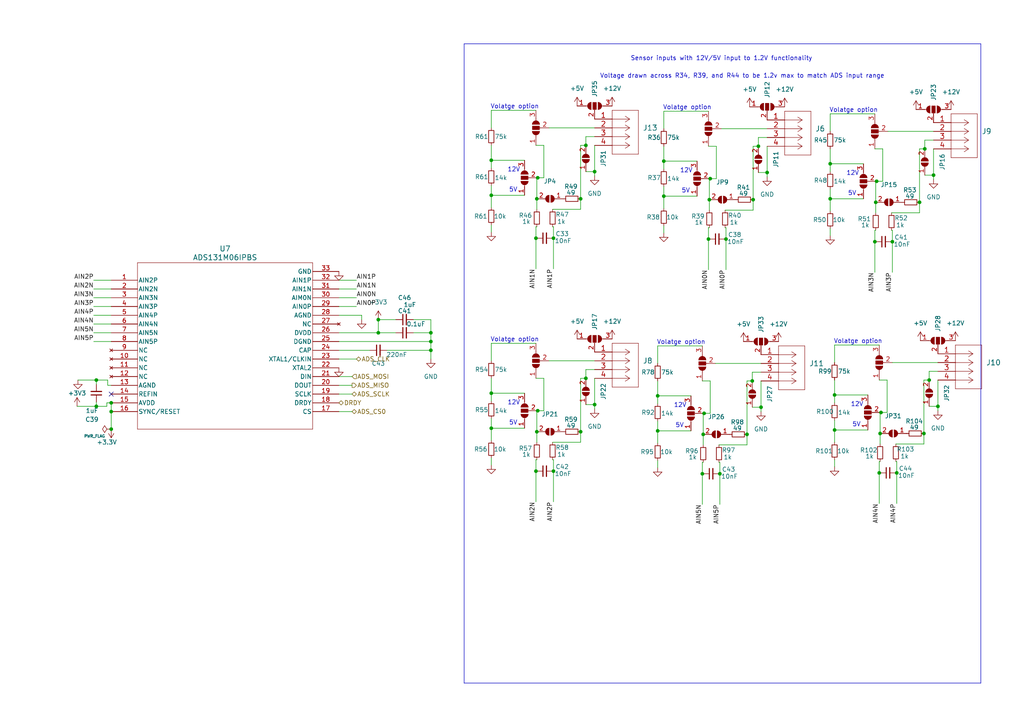
<source format=kicad_sch>
(kicad_sch (version 20231120) (generator "eeschema") (generator_version "8.0")
  (paper "A4")
  (lib_symbols
    (symbol "+3.3V_1" (power) (pin_names (offset 0))
      (property "Value" "+3.3V_1" (at 0 3.556 0))
      (symbol "+3.3V_1_1_1"
        (pin power_in line (at 0 0 90) (length 0) hide (name "+3.3V") (number "1"))
      )
    )
    (symbol "2024-03-09_17-28-43:ADS131M06IPBS" (pin_names (offset 0.254))
      (property "Reference" "U7" (at 33.02 9.144 0))
      (property "Value" "ADS131M06IPBS" (at 33.02 6.604 0))
      (symbol "ADS131M06IPBS_0_1"
        (pin input line (at 0 0 0) (length 7.62) (name "AIN2P") (number "1"))
        (pin no_connect line (at 0 -22.86 0) (length 7.62) (name "NC") (number "10"))
        (pin no_connect line (at 0 -25.4 0) (length 7.62) (name "NC") (number "11"))
        (pin no_connect line (at 0 -27.94 0) (length 7.62) (name "NC") (number "12"))
        (pin power_out line (at 0 -30.48 0) (length 7.62) (name "AGND") (number "13"))
        (pin unspecified line (at 0 -33.02 0) (length 7.62) (name "REFIN") (number "14"))
        (pin power_in line (at 0 -35.56 0) (length 7.62) (name "AVDD") (number "15"))
        (pin unspecified line (at 0 -38.1 0) (length 7.62) (name "SYNC/RESET") (number "16"))
        (pin unspecified line (at 66.04 -38.1 180) (length 7.62) (name "CS") (number "17"))
        (pin unspecified line (at 66.04 -35.56 180) (length 7.62) (name "DRDY") (number "18"))
        (pin unspecified line (at 66.04 -33.02 180) (length 7.62) (name "SCLK") (number "19"))
        (pin input line (at 0 -2.54 0) (length 7.62) (name "AIN2N") (number "2"))
        (pin output line (at 66.04 -30.48 180) (length 7.62) (name "DOUT") (number "20"))
        (pin unspecified line (at 66.04 -27.94 180) (length 7.62) (name "DIN") (number "21"))
        (pin unspecified line (at 66.04 -25.4 180) (length 7.62) (name "XTAL2") (number "22"))
        (pin bidirectional line (at 66.04 -22.86 180) (length 7.62) (name "XTAL1/CLKIN") (number "23"))
        (pin unspecified line (at 66.04 -20.32 180) (length 7.62) (name "CAP") (number "24"))
        (pin power_out line (at 66.04 -17.78 180) (length 7.62) (name "DGND") (number "25"))
        (pin power_in line (at 66.04 -15.24 180) (length 7.62) (name "DVDD") (number "26"))
        (pin no_connect line (at 66.04 -12.7 180) (length 7.62) (name "NC") (number "27"))
        (pin power_out line (at 66.04 -10.16 180) (length 7.62) (name "AGND") (number "28"))
        (pin bidirectional line (at 66.04 -7.62 180) (length 7.62) (name "AIN0P") (number "29"))
        (pin input line (at 0 -5.08 0) (length 7.62) (name "AIN3N") (number "3"))
        (pin unspecified line (at 66.04 -5.08 180) (length 7.62) (name "AIM0N") (number "30"))
        (pin input line (at 66.04 -2.54 180) (length 7.62) (name "AIN1N") (number "31"))
        (pin input line (at 66.04 0 180) (length 7.62) (name "AIN1P") (number "32"))
        (pin input line (at 0 -7.62 0) (length 7.62) (name "AIN3P") (number "4"))
        (pin input line (at 0 -10.16 0) (length 7.62) (name "AIN4P") (number "5"))
        (pin input line (at 0 -12.7 0) (length 7.62) (name "AIN4N") (number "6"))
        (pin input line (at 0 -15.24 0) (length 7.62) (name "AIN5N") (number "7"))
        (pin input line (at 0 -17.78 0) (length 7.62) (name "AIN5P") (number "8"))
        (pin no_connect line (at 0 -20.32 0) (length 7.62) (name "NC") (number "9"))
      )
      (symbol "ADS131M06IPBS_1_1"
        (pin input line (at 66.04 2.54 180) (length 7.62) (name "GND") (number "33"))
      )
    )
    (symbol "Device:C_Small" (pin_numbers hide) (pin_names (offset 0.254) hide)
      (property "Reference" "C" (at 0.254 1.778 0))
      (property "Value" "C_Small" (at 0.254 -2.032 0))
      (symbol "C_Small_1_1"
        (pin passive line (at 0 2.54 270) (length 2.032) (name "~") (number "1"))
        (pin passive line (at 0 -2.54 90) (length 2.032) (name "~") (number "2"))
      )
    )
    (symbol "Device:R_Small" (pin_numbers hide) (pin_names (offset 0.254) hide)
      (property "Reference" "R" (at 0.762 0.508 0))
      (property "Value" "R_Small" (at 0.762 -1.016 0))
      (symbol "R_Small_1_1"
        (pin passive line (at 0 2.54 270) (length 0.762) (name "~") (number "1"))
        (pin passive line (at 0 -2.54 90) (length 0.762) (name "~") (number "2"))
      )
    )
    (symbol "GND_1" (power) (pin_names (offset 0))
      (property "Value" "GND_1" (at 0 -3.81 0))
      (symbol "GND_1_1_1"
        (pin power_in line (at 0 0 270) (length 0) hide (name "GND") (number "1"))
      )
    )
    (symbol "Jumper:SolderJumper_2_Open" (pin_names (offset 0) hide)
      (property "Reference" "JP" (at 0 2.032 0))
      (property "Value" "SolderJumper_2_Open" (at 0 -2.54 0))
      (symbol "SolderJumper_2_Open_1_1"
        (pin passive line (at -3.81 0 0) (length 2.54) (name "A") (number "1"))
        (pin passive line (at 3.81 0 180) (length 2.54) (name "B") (number "2"))
      )
    )
    (symbol "Jumper:SolderJumper_3_Open" (pin_names (offset 0) hide)
      (property "Reference" "JP" (at -2.54 -2.54 0))
      (property "Value" "SolderJumper_3_Open" (at 0 2.794 0))
      (symbol "SolderJumper_3_Open_1_1"
        (pin passive line (at -5.08 0 0) (length 2.54) (name "A") (number "1"))
        (pin input line (at 0 -3.81 90) (length 2.54) (name "C") (number "2"))
        (pin passive line (at 5.08 0 180) (length 2.54) (name "B") (number "3"))
      )
    )
    (symbol "iclr:1053131104" (pin_names (offset 0.254) hide)
      (property "Reference" "J" (at 8.89 6.35 0))
      (property "Value" "1053131104" (at 10.16 -5.08 0))
      (symbol "1053131104_1_1"
        (pin unspecified line (at 0 0 0) (length 5.08) (name "1") (number "1"))
        (pin unspecified line (at 0 -2.54 0) (length 5.08) (name "2") (number "2"))
        (pin unspecified line (at 0 -5.08 0) (length 5.08) (name "3") (number "3"))
        (pin unspecified line (at 0 -7.62 0) (length 5.08) (name "4") (number "4"))
      )
    )
    (symbol "power:+12V" (power) (pin_names (offset 0))
      (property "Value" "+12V" (at 0 3.556 0))
      (symbol "+12V_1_1"
        (pin power_in line (at 0 0 90) (length 0) hide (name "+12V") (number "1"))
      )
    )
    (symbol "power:+3.3V" (power) (pin_names (offset 0))
      (property "Value" "+3.3V" (at 0 3.556 0))
      (symbol "+3.3V_1_1"
        (pin power_in line (at 0 0 90) (length 0) hide (name "+3V3") (number "1"))
      )
    )
    (symbol "power:+5V" (power) (pin_names (offset 0))
      (property "Value" "+5V" (at 0 3.556 0))
      (symbol "+5V_1_1"
        (pin power_in line (at 0 0 90) (length 0) hide (name "+5V") (number "1"))
      )
    )
    (symbol "power:GND" (power) (pin_names (offset 0))
      (property "Value" "GND" (at 0 -3.81 0))
      (symbol "GND_1_1"
        (pin power_in line (at 0 0 270) (length 0) hide (name "GND") (number "1"))
      )
    )
    (symbol "power:PWR_FLAG" (power) (pin_numbers hide) (pin_names (offset 0) hide)
      (property "Value" "PWR_FLAG" (at 0 3.81 0))
      (symbol "PWR_FLAG_0_0"
        (pin power_out line (at 0 0 90) (length 0) (name "pwr") (number "1"))
      )
    )
  )
  (junction (at 222.504 50.038))
  (junction (at 155.448 69.088))
  (junction (at 160.528 136.652))
  (junction (at 203.962 125.984))
  (junction (at 169.926 109.728))
  (junction (at 204.216 119.888))
  (junction (at 124.968 99.06))
  (junction (at 32.258 116.84))
  (junction (at 240.792 47.498))
  (junction (at 218.44 57.912))
  (junction (at 27.94 110.236))
  (junction (at 155.956 119.126))
  (junction (at 155.956 51.562))
  (junction (at 267.97 125.73))
  (junction (at 203.708 137.414))
  (junction (at 254 58.674))
  (junction (at 142.494 124.206))
  (junction (at 192.532 46.736))
  (junction (at 218.186 110.49))
  (junction (at 172.466 49.784))
  (junction (at 155.702 57.658))
  (junction (at 210.566 69.342))
  (junction (at 268.224 43.18))
  (junction (at 168.402 57.658))
  (junction (at 240.792 57.658))
  (junction (at 255.27 125.73))
  (junction (at 260.096 137.16))
  (junction (at 269.494 110.236))
  (junction (at 124.968 101.6))
  (junction (at 258.826 70.104))
  (junction (at 155.448 136.652))
  (junction (at 190.754 114.808))
  (junction (at 190.754 124.968))
  (junction (at 169.926 42.164))
  (junction (at 168.402 125.222))
  (junction (at 142.494 46.482))
  (junction (at 205.74 57.912))
  (junction (at 253.746 70.104))
  (junction (at 255.524 119.634))
  (junction (at 270.764 50.8))
  (junction (at 208.788 137.414))
  (junction (at 32.258 124.46))
  (junction (at 172.466 117.348))
  (junction (at 242.062 114.554))
  (junction (at 242.062 124.714))
  (junction (at 254.254 52.578))
  (junction (at 272.034 117.856))
  (junction (at 27.94 117.856))
  (junction (at 109.728 96.52))
  (junction (at 255.016 137.16))
  (junction (at 192.532 56.896))
  (junction (at 155.702 125.222))
  (junction (at 160.528 69.088))
  (junction (at 219.964 42.418))
  (junction (at 216.662 125.984))
  (junction (at 220.726 118.11))
  (junction (at 142.494 114.046))
  (junction (at 142.494 56.642))
  (junction (at 266.7 58.674))
  (junction (at 124.968 96.52))
  (junction (at 32.258 119.38))
  (junction (at 205.486 69.342))
  (junction (at 205.994 51.816))
  (junction (at 109.728 92.71))
  (no_connect (at 32.258 114.3))
  (wire (pts (xy 260.096 137.16) (xy 260.096 146.05)))
  (wire (pts (xy 242.062 100.076) (xy 242.062 105.156)))
  (wire (pts (xy 210.312 66.04) (xy 210.566 66.04)))
  (wire (pts (xy 155.702 60.706) (xy 155.702 57.658)))
  (wire (pts (xy 27.178 88.9) (xy 32.258 88.9)))
  (wire (pts (xy 257.302 119.634) (xy 255.524 119.634)))
  (wire (pts (xy 218.44 42.418) (xy 219.964 42.418)))
  (wire (pts (xy 257.556 38.1) (xy 270.764 38.1)))
  (wire (pts (xy 190.754 100.33) (xy 190.754 105.41)))
  (wire (pts (xy 155.448 42.164) (xy 157.734 42.164)))
  (wire (pts (xy 27.178 99.06) (xy 32.258 99.06)))
  (wire (pts (xy 220.726 110.49) (xy 220.726 118.11)))
  (wire (pts (xy 210.566 66.04) (xy 210.566 69.342)))
  (wire (pts (xy 203.962 134.112) (xy 203.708 134.112)))
  (wire (pts (xy 270.764 43.18) (xy 270.764 50.8)))
  (wire (pts (xy 210.312 60.96) (xy 218.44 60.96)))
  (wire (pts (xy 103.378 81.28) (xy 98.298 81.28)))
  (wire (pts (xy 205.486 32.258) (xy 192.532 32.258)))
  (wire (pts (xy 240.792 47.498) (xy 250.444 47.498)))
  (wire (pts (xy 142.494 99.568) (xy 142.494 104.648)))
  (wire (pts (xy 270.764 50.8) (xy 270.764 52.07)))
  (wire (pts (xy 169.926 39.624) (xy 172.466 39.624)))
  (wire (pts (xy 192.532 54.102) (xy 192.532 56.896)))
  (wire (pts (xy 255.27 125.73) (xy 255.27 119.634)))
  (wire (pts (xy 27.178 81.28) (xy 32.258 81.28)))
  (wire (pts (xy 142.494 132.842) (xy 142.494 134.874)))
  (wire (pts (xy 142.494 53.848) (xy 142.494 56.642)))
  (wire (pts (xy 168.402 109.728) (xy 169.926 109.728)))
  (wire (pts (xy 205.74 51.816) (xy 205.994 51.816)))
  (wire (pts (xy 192.532 56.896) (xy 202.184 56.896)))
  (wire (pts (xy 255.016 137.16) (xy 255.016 146.05)))
  (wire (pts (xy 27.178 86.36) (xy 32.258 86.36)))
  (wire (pts (xy 124.968 101.6) (xy 124.968 104.14)))
  (wire (pts (xy 205.486 42.418) (xy 207.772 42.418)))
  (wire (pts (xy 255.27 119.634) (xy 255.524 119.634)))
  (wire (pts (xy 203.708 137.414) (xy 203.708 146.304)))
  (wire (pts (xy 98.298 104.14) (xy 103.378 104.14)))
  (wire (pts (xy 109.728 92.71) (xy 109.728 96.52)))
  (wire (pts (xy 254 58.674) (xy 254 52.578)))
  (wire (pts (xy 172.466 42.164) (xy 172.466 49.784)))
  (wire (pts (xy 258.826 105.156) (xy 272.034 105.156)))
  (wire (pts (xy 242.062 114.554) (xy 242.062 116.84)))
  (wire (pts (xy 190.754 133.604) (xy 190.754 135.636)))
  (wire (pts (xy 216.662 125.984) (xy 216.662 110.49)))
  (wire (pts (xy 208.788 134.112) (xy 208.788 137.414)))
  (wire (pts (xy 27.94 110.236) (xy 22.606 110.236)))
  (wire (pts (xy 205.994 119.888) (xy 204.216 119.888)))
  (wire (pts (xy 192.532 46.736) (xy 202.184 46.736)))
  (wire (pts (xy 31.242 110.236) (xy 27.94 110.236)))
  (wire (pts (xy 155.448 69.088) (xy 155.448 77.978)))
  (wire (pts (xy 255.016 110.236) (xy 257.302 110.236)))
  (wire (pts (xy 142.494 42.164) (xy 142.494 46.482)))
  (wire (pts (xy 207.518 105.41) (xy 220.726 105.41)))
  (wire (pts (xy 240.792 54.864) (xy 240.792 57.658)))
  (wire (pts (xy 192.532 46.736) (xy 192.532 49.022)))
  (wire (pts (xy 205.74 60.96) (xy 205.74 57.912)))
  (wire (pts (xy 266.7 61.722) (xy 266.7 58.674)))
  (wire (pts (xy 142.494 124.206) (xy 152.146 124.206)))
  (wire (pts (xy 98.298 111.76) (xy 102.108 111.76)))
  (wire (pts (xy 216.662 129.032) (xy 216.662 125.984)))
  (wire (pts (xy 267.97 110.236) (xy 269.494 110.236)))
  (wire (pts (xy 258.826 66.802) (xy 258.826 70.104)))
  (wire (pts (xy 267.97 125.73) (xy 267.97 110.236)))
  (wire (pts (xy 256.032 43.18) (xy 256.032 52.578)))
  (wire (pts (xy 168.402 57.658) (xy 168.402 42.164)))
  (wire (pts (xy 190.754 122.174) (xy 190.754 124.968)))
  (wire (pts (xy 266.7 58.674) (xy 266.7 43.18)))
  (wire (pts (xy 172.466 109.728) (xy 172.466 117.348)))
  (wire (pts (xy 272.034 110.236) (xy 272.034 117.856)))
  (wire (pts (xy 242.062 121.92) (xy 242.062 124.714)))
  (wire (pts (xy 192.532 42.418) (xy 192.532 46.736)))
  (wire (pts (xy 155.702 65.786) (xy 155.448 65.786)))
  (wire (pts (xy 207.772 51.816) (xy 205.994 51.816)))
  (polyline (pts (xy 284.48 12.7) (xy 284.48 198.12)))
  (wire (pts (xy 98.298 109.22) (xy 102.108 109.22)))
  (wire (pts (xy 98.298 119.38) (xy 102.108 119.38)))
  (wire (pts (xy 203.962 125.984) (xy 203.962 119.888)))
  (wire (pts (xy 103.378 86.36) (xy 98.298 86.36)))
  (wire (pts (xy 218.186 118.11) (xy 220.726 118.11)))
  (wire (pts (xy 30.988 116.84) (xy 30.988 117.856)))
  (wire (pts (xy 240.792 33.02) (xy 240.792 38.1)))
  (wire (pts (xy 269.494 117.856) (xy 272.034 117.856)))
  (wire (pts (xy 31.242 111.76) (xy 31.242 110.236)))
  (wire (pts (xy 269.494 107.696) (xy 269.494 110.236)))
  (wire (pts (xy 155.448 32.004) (xy 142.494 32.004)))
  (polyline (pts (xy 134.62 12.7) (xy 134.62 198.12)))
  (wire (pts (xy 159.258 37.084) (xy 172.466 37.084)))
  (wire (pts (xy 142.494 46.482) (xy 152.146 46.482)))
  (wire (pts (xy 255.27 133.858) (xy 255.016 133.858)))
  (wire (pts (xy 142.494 121.412) (xy 142.494 124.206)))
  (wire (pts (xy 142.494 46.482) (xy 142.494 48.768)))
  (wire (pts (xy 240.792 43.18) (xy 240.792 47.498)))
  (wire (pts (xy 219.964 39.878) (xy 219.964 42.418)))
  (wire (pts (xy 160.528 65.786) (xy 160.528 69.088)))
  (wire (pts (xy 254 52.578) (xy 254.254 52.578)))
  (wire (pts (xy 268.224 40.64) (xy 270.764 40.64)))
  (wire (pts (xy 218.44 60.96) (xy 218.44 57.912)))
  (wire (pts (xy 112.268 101.6) (xy 124.968 101.6)))
  (wire (pts (xy 109.728 96.52) (xy 114.808 96.52)))
  (wire (pts (xy 253.746 66.802) (xy 253.746 70.104)))
  (wire (pts (xy 114.808 92.71) (xy 109.728 92.71)))
  (wire (pts (xy 27.94 117.856) (xy 30.988 117.856)))
  (wire (pts (xy 218.186 107.95) (xy 218.186 110.49)))
  (wire (pts (xy 160.274 60.706) (xy 168.402 60.706)))
  (wire (pts (xy 169.926 117.348) (xy 172.466 117.348)))
  (wire (pts (xy 207.772 42.418) (xy 207.772 51.816)))
  (wire (pts (xy 242.062 114.554) (xy 251.714 114.554)))
  (wire (pts (xy 256.032 52.578) (xy 254.254 52.578)))
  (wire (pts (xy 142.494 109.728) (xy 142.494 114.046)))
  (wire (pts (xy 155.702 51.562) (xy 155.956 51.562)))
  (wire (pts (xy 255.016 100.076) (xy 242.062 100.076)))
  (wire (pts (xy 27.94 110.236) (xy 27.94 111.506)))
  (wire (pts (xy 142.494 56.642) (xy 152.146 56.642)))
  (wire (pts (xy 218.44 57.912) (xy 218.44 42.418)))
  (wire (pts (xy 209.296 37.338) (xy 222.504 37.338)))
  (wire (pts (xy 203.708 100.33) (xy 190.754 100.33)))
  (wire (pts (xy 124.968 96.52) (xy 124.968 99.06)))
  (wire (pts (xy 208.788 137.414) (xy 208.788 146.304)))
  (wire (pts (xy 172.466 49.784) (xy 172.466 51.054)))
  (wire (pts (xy 32.258 116.84) (xy 32.258 119.38)))
  (wire (pts (xy 203.708 134.112) (xy 203.708 137.414)))
  (wire (pts (xy 190.754 114.808) (xy 200.406 114.808)))
  (wire (pts (xy 155.448 109.728) (xy 157.734 109.728)))
  (wire (pts (xy 155.702 119.126) (xy 155.956 119.126)))
  (wire (pts (xy 240.792 47.498) (xy 240.792 49.784)))
  (wire (pts (xy 205.74 57.912) (xy 205.74 51.816)))
  (wire (pts (xy 103.378 88.9) (xy 98.298 88.9)))
  (wire (pts (xy 205.486 69.342) (xy 205.486 78.232)))
  (wire (pts (xy 155.448 136.652) (xy 155.448 145.542)))
  (wire (pts (xy 172.466 117.348) (xy 172.466 118.618)))
  (wire (pts (xy 169.926 107.188) (xy 172.466 107.188)))
  (wire (pts (xy 205.74 66.04) (xy 205.486 66.04)))
  (wire (pts (xy 22.352 117.856) (xy 27.94 117.856)))
  (wire (pts (xy 253.746 43.18) (xy 256.032 43.18)))
  (wire (pts (xy 27.178 96.52) (xy 32.258 96.52)))
  (wire (pts (xy 222.504 50.038) (xy 222.504 51.308)))
  (wire (pts (xy 266.7 43.18) (xy 268.224 43.18)))
  (wire (pts (xy 32.258 111.76) (xy 31.242 111.76)))
  (wire (pts (xy 240.792 57.658) (xy 250.444 57.658)))
  (wire (pts (xy 240.792 57.658) (xy 240.792 61.214)))
  (wire (pts (xy 259.842 128.778) (xy 267.97 128.778)))
  (wire (pts (xy 142.494 114.046) (xy 152.146 114.046)))
  (wire (pts (xy 242.062 124.714) (xy 242.062 128.27)))
  (wire (pts (xy 160.528 133.35) (xy 160.528 136.652)))
  (wire (pts (xy 142.494 114.046) (xy 142.494 116.332)))
  (wire (pts (xy 258.572 61.722) (xy 266.7 61.722)))
  (wire (pts (xy 155.702 125.222) (xy 155.702 119.126)))
  (wire (pts (xy 169.926 49.784) (xy 172.466 49.784)))
  (wire (pts (xy 218.186 107.95) (xy 220.726 107.95)))
  (wire (pts (xy 27.178 93.98) (xy 32.258 93.98)))
  (wire (pts (xy 254 61.722) (xy 254 58.674)))
  (wire (pts (xy 124.968 92.71) (xy 124.968 96.52)))
  (wire (pts (xy 219.964 39.878) (xy 222.504 39.878)))
  (wire (pts (xy 242.062 110.236) (xy 242.062 114.554)))
  (wire (pts (xy 155.448 99.568) (xy 142.494 99.568)))
  (wire (pts (xy 160.274 128.27) (xy 168.402 128.27)))
  (wire (pts (xy 155.448 133.35) (xy 155.448 136.652)))
  (wire (pts (xy 205.486 66.04) (xy 205.486 69.342)))
  (wire (pts (xy 27.178 83.82) (xy 32.258 83.82)))
  (wire (pts (xy 208.534 134.112) (xy 208.788 134.112)))
  (wire (pts (xy 272.034 117.856) (xy 272.034 119.126)))
  (wire (pts (xy 155.702 57.658) (xy 155.702 51.562)))
  (wire (pts (xy 219.964 50.038) (xy 222.504 50.038)))
  (wire (pts (xy 155.702 133.35) (xy 155.448 133.35)))
  (wire (pts (xy 205.994 110.49) (xy 205.994 119.888)))
  (wire (pts (xy 98.298 91.44) (xy 104.902 91.44)))
  (wire (pts (xy 168.402 128.27) (xy 168.402 125.222)))
  (wire (pts (xy 142.494 124.206) (xy 142.494 127.762)))
  (wire (pts (xy 216.662 110.49) (xy 218.186 110.49)))
  (wire (pts (xy 257.302 110.236) (xy 257.302 119.634)))
  (wire (pts (xy 124.968 92.71) (xy 119.888 92.71)))
  (wire (pts (xy 103.378 83.82) (xy 98.298 83.82)))
  (wire (pts (xy 142.494 56.642) (xy 142.494 60.198)))
  (wire (pts (xy 222.504 42.418) (xy 222.504 50.038)))
  (wire (pts (xy 27.178 91.44) (xy 32.258 91.44)))
  (wire (pts (xy 142.494 65.278) (xy 142.494 67.31)))
  (polyline (pts (xy 284.48 198.12) (xy 134.62 198.12)))
  (wire (pts (xy 159.258 104.648) (xy 172.466 104.648)))
  (wire (pts (xy 192.532 32.258) (xy 192.532 37.338)))
  (wire (pts (xy 268.224 50.8) (xy 270.764 50.8)))
  (wire (pts (xy 203.708 110.49) (xy 205.994 110.49)))
  (wire (pts (xy 27.94 116.586) (xy 27.94 117.856)))
  (wire (pts (xy 157.734 51.562) (xy 155.956 51.562)))
  (wire (pts (xy 269.494 107.696) (xy 272.034 107.696)))
  (wire (pts (xy 157.734 109.728) (xy 157.734 119.126)))
  (wire (pts (xy 190.754 110.49) (xy 190.754 114.808)))
  (wire (pts (xy 155.448 65.786) (xy 155.448 69.088)))
  (wire (pts (xy 255.016 133.858) (xy 255.016 137.16)))
  (wire (pts (xy 258.572 66.802) (xy 258.826 66.802)))
  (wire (pts (xy 192.532 65.532) (xy 192.532 67.564)))
  (wire (pts (xy 98.298 101.6) (xy 107.188 101.6)))
  (wire (pts (xy 203.962 129.032) (xy 203.962 125.984)))
  (polyline (pts (xy 134.62 12.7) (xy 284.48 12.7)))
  (wire (pts (xy 168.402 42.164) (xy 169.926 42.164)))
  (wire (pts (xy 98.298 99.06) (xy 124.968 99.06)))
  (wire (pts (xy 104.902 91.44) (xy 104.902 92.71)))
  (wire (pts (xy 260.096 133.858) (xy 260.096 137.16)))
  (wire (pts (xy 157.734 119.126) (xy 155.956 119.126)))
  (wire (pts (xy 169.926 107.188) (xy 169.926 109.728)))
  (wire (pts (xy 240.792 66.294) (xy 240.792 68.326)))
  (wire (pts (xy 157.734 42.164) (xy 157.734 51.562)))
  (wire (pts (xy 169.926 39.624) (xy 169.926 42.164)))
  (wire (pts (xy 168.402 60.706) (xy 168.402 57.658)))
  (wire (pts (xy 190.754 124.968) (xy 190.754 128.524)))
  (wire (pts (xy 258.826 70.104) (xy 258.826 78.994)))
  (wire (pts (xy 190.754 114.808) (xy 190.754 117.094)))
  (wire (pts (xy 255.27 128.778) (xy 255.27 125.73)))
  (wire (pts (xy 160.528 136.652) (xy 160.528 145.542)))
  (wire (pts (xy 160.528 69.088) (xy 160.528 77.978)))
  (wire (pts (xy 253.746 70.104) (xy 253.746 78.994)))
  (wire (pts (xy 168.402 125.222) (xy 168.402 109.728)))
  (wire (pts (xy 119.888 96.52) (xy 124.968 96.52)))
  (wire (pts (xy 160.274 65.786) (xy 160.528 65.786)))
  (wire (pts (xy 254 66.802) (xy 253.746 66.802)))
  (wire (pts (xy 253.746 33.02) (xy 240.792 33.02)))
  (wire (pts (xy 242.062 133.35) (xy 242.062 135.382)))
  (wire (pts (xy 267.97 128.778) (xy 267.97 125.73)))
  (wire (pts (xy 242.062 124.714) (xy 251.714 124.714)))
  (wire (pts (xy 32.258 116.84) (xy 30.988 116.84)))
  (wire (pts (xy 208.534 129.032) (xy 216.662 129.032)))
  (wire (pts (xy 160.274 133.35) (xy 160.528 133.35)))
  (wire (pts (xy 142.494 32.004) (xy 142.494 37.084)))
  (wire (pts (xy 98.298 96.52) (xy 109.728 96.52)))
  (wire (pts (xy 98.298 114.3) (xy 102.108 114.3)))
  (wire (pts (xy 268.224 40.64) (xy 268.224 43.18)))
  (wire (pts (xy 155.702 128.27) (xy 155.702 125.222)))
  (wire (pts (xy 210.566 69.342) (xy 210.566 78.232)))
  (wire (pts (xy 124.968 99.06) (xy 124.968 101.6)))
  (wire (pts (xy 259.842 133.858) (xy 260.096 133.858)))
  (wire (pts (xy 220.726 118.11) (xy 220.726 119.38)))
  (wire (pts (xy 32.258 119.38) (xy 32.258 124.46)))
  (wire (pts (xy 190.754 124.968) (xy 200.406 124.968)))
  (wire (pts (xy 192.532 56.896) (xy 192.532 60.452)))
  (wire (pts (xy 203.962 119.888) (xy 204.216 119.888)))
  (text "5V" (at 248.412 56.896 0) (effects (font (size 1.27 1.27)) (justify right bottom)))
  (text "5V" (at 198.374 124.206 0) (effects (font (size 1.27 1.27)) (justify right bottom)))
  (text "Voltage drawn across R34, R39, and R44 to be 1.2v max to match ADS input range" (at 173.99 22.86 0) (effects (font (size 1.27 1.27)) (justify left bottom)))
  (text "Volatge option" (at 142.24 99.314 0) (effects (font (size 1.27 1.27)) (justify left bottom)))
  (text "Sensor inputs with 12V/5V input to 1.2V functionality\n" (at 182.88 17.78 0) (effects (font (size 1.27 1.27)) (justify left bottom)))
  (text "Volatge option" (at 190.5 100.076 0) (effects (font (size 1.27 1.27)) (justify left bottom)))
  (text "Volatge option" (at 241.808 99.822 0) (effects (font (size 1.27 1.27)) (justify left bottom)))
  (text "12V\n" (at 150.876 50.038 0) (effects (font (size 1.27 1.27)) (justify right bottom)))
  (text "Volatge option" (at 142.24 31.75 0) (effects (font (size 1.27 1.27)) (justify left bottom)))
  (text "12V\n" (at 250.444 118.11 0) (effects (font (size 1.27 1.27)) (justify right bottom)))
  (text "Volatge option" (at 192.278 32.004 0) (effects (font (size 1.27 1.27)) (justify left bottom)))
  (text "12V\n" (at 150.876 117.602 0) (effects (font (size 1.27 1.27)) (justify right bottom)))
  (text "Volatge option" (at 240.538 32.766 0) (effects (font (size 1.27 1.27)) (justify left bottom)))
  (text "12V\n" (at 200.914 50.292 0) (effects (font (size 1.27 1.27)) (justify right bottom)))
  (text "5V" (at 150.114 55.88 0) (effects (font (size 1.27 1.27)) (justify right bottom)))
  (text "5V" (at 150.114 123.444 0) (effects (font (size 1.27 1.27)) (justify right bottom)))
  (text "12V\n" (at 249.174 51.054 0) (effects (font (size 1.27 1.27)) (justify right bottom)))
  (text "5V" (at 200.152 56.134 0) (effects (font (size 1.27 1.27)) (justify right bottom)))
  (text "5V" (at 249.682 123.952 0) (effects (font (size 1.27 1.27)) (justify right bottom)))
  (text "12V\n" (at 199.136 118.364 0) (effects (font (size 1.27 1.27)) (justify right bottom)))
  (label "AIN3P" (at 27.178 88.9 180))
  (label "AIN0N" (at 103.378 86.36 0))
  (label "AIN3N" (at 27.178 86.36 180))
  (label "AIN4P" (at 260.096 146.05 270))
  (label "AIN1P" (at 103.378 81.28 0))
  (label "AIN4N" (at 27.178 93.98 180))
  (label "AIN4P" (at 27.178 91.44 180))
  (label "AIN5N" (at 203.708 146.304 270))
  (label "AIN5P" (at 27.178 99.06 180))
  (label "AIN2N" (at 27.178 83.82 180))
  (label "AIN4N" (at 255.016 146.05 270))
  (label "AIN0P" (at 210.566 78.232 270))
  (label "AIN1P" (at 160.528 77.978 270))
  (label "AIN3N" (at 253.746 78.994 270))
  (label "AIN2N" (at 155.448 145.542 270))
  (label "AIN1N" (at 155.448 77.978 270))
  (label "AIN2P" (at 160.528 145.542 270))
  (label "AIN0P" (at 103.378 88.9 0))
  (label "AIN3P" (at 258.826 78.994 270))
  (label "AIN0N" (at 205.486 78.232 270))
  (label "AIN5N" (at 27.178 96.52 180))
  (label "AIN2P" (at 27.178 81.28 180))
  (label "AIN1N" (at 103.378 83.82 0))
  (label "AIN5P" (at 208.788 146.304 270))
  (hierarchical_label "ADS_CS0" (shape bidirectional) (at 102.108 119.38 0))
  (hierarchical_label "ADS_CLK" (shape bidirectional) (at 103.378 104.14 0))
  (hierarchical_label "DRDY" (shape bidirectional) (at 98.298 116.84 0))
  (hierarchical_label "ADS_SCLK" (shape bidirectional) (at 102.108 114.3 0))
  (hierarchical_label "ADS_MISO" (shape output) (at 102.108 111.76 0))
  (hierarchical_label "ADS_MOSI" (shape input) (at 102.108 109.22 0))
  (symbol (lib_id "power:GND") (at 192.532 67.564 0) (unit 1)
    (property "Reference" "#PWR084" (effects (hide yes)))
    (property "Value" "GND" (effects (hide yes)))
  )
  (symbol (lib_id "iclr:1053131104") (at 172.466 34.544 0) (unit 1)
    (property "Reference" "J13" (at 186.436 37.084 0) (effects (font (size 1.524 1.524)) (justify left)))
    (property "Value" "1053131104" (effects (hide yes)))
    (property "Footprint" "Connector_Molex:Molex_Nano-Fit_105313-xx04_1x04_P2.50mm_Horizontal" (effects (hide yes)))
    (instances (project "sensorboard - Copy" (path "" (reference "J13") (unit 1))) (project "Ricardo-Stark" (path "" (reference "J7") (unit 1))))
  )
  (symbol (lib_id "iclr:1053131104") (at 220.726 102.87 0) (unit 1)
    (property "Reference" "J11" (at 234.696 105.41 0) (effects (font (size 1.524 1.524)) (justify left)))
    (property "Value" "1053131104" (effects (hide yes)))
    (property "Footprint" "Connector_Molex:Molex_Nano-Fit_105313-xx04_1x04_P2.50mm_Horizontal" (effects (hide yes)))
  )
  (symbol (lib_id "Jumper:SolderJumper_2_Open") (at 268.224 46.99 90) (unit 1)
    (property "Reference" "JP16" (at 273.304 46.99 0))
    (property "Value" "SolderJumper_2_Open" (effects (hide yes)))
    (property "Footprint" "iclr:SmallerSolderJP" (effects (hide yes)))
  )
  (symbol (lib_id "Jumper:SolderJumper_3_Open") (at 222.504 30.988 0) (unit 1)
    (property "Reference" "JP12" (at 222.504 28.448 90) (effects (justify left)))
    (property "Value" "SolderJumper_3_Open" (effects (hide yes)))
    (property "Footprint" "Jumper:SolderJumper-3_P1.3mm_Open_RoundedPad1.0x1.5mm_NumberLabels" (effects (hide yes)))
  )
  (symbol (lib_id "power:+12V") (at 177.546 98.298 0) (unit 1)
    (property "Reference" "#PWR0108" (effects (hide yes)))
    (property "Value" "+12V" (at 177.546 93.218 0))
  )
  (symbol (lib_id "power:+12V") (at 275.844 31.75 0) (unit 1)
    (property "Reference" "#PWR0112" (effects (hide yes)))
    (property "Value" "+12V" (at 275.844 26.67 0))
  )
  (symbol (lib_id "Device:R_Small") (at 142.494 62.738 0) (unit 1)
    (property "Reference" "R61" (at 139.446 62.738 0))
    (property "Value" "10k" (at 145.034 62.738 0))
    (property "Footprint" "Resistor_SMD:R_0402_1005Metric" (effects (hide yes)))
    (instances (project "sensorboard - Copy" (path "" (reference "R61") (unit 1))) (project "Ricardo-Stark" (path "" (reference "R76") (unit 1))))
  )
  (symbol (lib_id "power:+12V") (at 177.546 30.734 0) (unit 1)
    (property "Reference" "#PWR0104" (effects (hide yes)))
    (property "Value" "+12V" (at 177.546 25.654 0))
  )
  (symbol (lib_id "Device:C_Small") (at 117.348 96.52 90) (unit 1)
    (property "Reference" "C41" (at 117.3543 90.17 90))
    (property "Value" "0.1uF" (at 120.65 93.98 90))
    (property "Footprint" "Capacitor_SMD:C_0402_1005Metric" (effects (hide yes)))
    (instances (project "sensorboard" (path "" (reference "C41") (unit 1))) (project "Ricardo-Stark" (path "" (reference "C84") (unit 1))) (project "analogueI2C" (path "" (reference "C41") (unit 1))))
  )
  (symbol (lib_id "Device:R_Small") (at 215.9 57.912 270) (unit 1)
    (property "Reference" "R41" (at 215.646 54.356 90))
    (property "Value" "49" (at 215.646 56.134 90))
    (property "Footprint" "Resistor_SMD:R_0402_1005Metric" (effects (hide yes)))
  )
  (symbol (lib_id "Jumper:SolderJumper_2_Open") (at 219.964 46.228 90) (unit 1)
    (property "Reference" "JP11" (at 225.044 46.228 0))
    (property "Value" "SolderJumper_2_Open" (effects (hide yes)))
    (property "Footprint" "iclr:SmallerSolderJP" (effects (hide yes)))
  )
  (symbol (lib_id "Device:R_Small") (at 259.842 131.318 180) (unit 1)
    (property "Reference" "R103" (at 262.636 130.302 0))
    (property "Value" "1k" (at 262.382 132.334 0))
    (property "Footprint" "Resistor_SMD:R_0402_1005Metric" (effects (hide yes)))
  )
  (symbol (lib_id "Device:R_Small") (at 142.494 118.872 0) (unit 1)
    (property "Reference" "R55" (at 139.7 118.872 0))
    (property "Value" "14k" (at 145.288 119.126 0))
    (property "Footprint" "Resistor_SMD:R_0402_1005Metric" (effects (hide yes)))
  )
  (symbol (lib_id "power:GND") (at 240.792 68.326 0) (unit 1)
    (property "Reference" "#PWR0105" (effects (hide yes)))
    (property "Value" "GND" (effects (hide yes)))
  )
  (symbol (lib_id "Device:R_Small") (at 240.792 52.324 0) (unit 1)
    (property "Reference" "R48" (at 237.998 52.324 0))
    (property "Value" "14k" (at 243.586 52.578 0))
    (property "Footprint" "Resistor_SMD:R_0402_1005Metric" (effects (hide yes)))
  )
  (symbol (lib_id "2024-03-09_17-28-43:ADS131M06IPBS") (at 32.258 81.28 0) (unit 1)
    (property "Reference" "U7" (at 65.278 72.136 0) (effects (font (size 1.524 1.524))))
    (property "Value" "ADS131M06IPBS" (at 65.278 74.676 0) (effects (font (size 1.524 1.524))))
    (property "Footprint" "iclr:ADS131M06IRSNR" (effects (hide yes)))
    (property "Datasheet" "https://www.ti.com/lit/ds/symlink/ads131m06.pdf?ts=1722711447211&ref_url=https%253A%252F%252Fwww.ti.com%252Fproduct%252FADS131M06%253Fbm-verify%253DAAQAAAAJ_____3PRcak1s9y645AuuHNjtl9rOtrOIaOoIVylsudph4b42jws10PfoUc0NN8_vn4A5W1PRfakw0bMSz4jfLGW4zaYkLbaDcvq5L5_zHo15yGpMW7BVF3od7cx9KhugtbVdriNFDBo5LRJV0MvT1XGnlQPXQsUQtS6SiiLh9zAg47OOFflajmXwhRg6KqjRqyBOY1aoAJpzpQG_9El4vVs_b69ddXI-wn4pOsqD4OqvW4Iuar98OBh1F0vSQESnFJRUPIJBo_njnga3v0Ss-YlF-leunJX_IX177A5irbWwsOW0wVB" (effects (hide yes)))
  )
  (symbol (lib_id "Jumper:SolderJumper_3_Open") (at 155.448 37.084 90) (unit 1)
    (property "Reference" "JP39" (effects (hide yes)))
    (property "Value" "SolderJumper_3_Open" (effects (hide yes)))
    (property "Footprint" "Jumper:SolderJumper-3_P1.3mm_Open_RoundedPad1.0x1.5mm_NumberLabels" (effects (hide yes)))
    (instances (project "sensorboard - Copy" (path "" (reference "JP39") (unit 1))) (project "Ricardo-Stark" (path "" (reference "JP5") (unit 1))))
  )
  (symbol (lib_id "Device:R_Small") (at 205.74 63.5 180) (unit 1)
    (property "Reference" "R39" (at 202.438 62.738 0))
    (property "Value" "1k" (at 202.692 64.516 0))
    (property "Footprint" "Resistor_SMD:R_0402_1005Metric" (effects (hide yes)))
  )
  (symbol (lib_id "Jumper:SolderJumper_3_Open") (at 270.764 31.75 0) (unit 1)
    (property "Reference" "JP23" (at 270.764 29.21 90) (effects (justify left)))
    (property "Value" "SolderJumper_3_Open" (effects (hide yes)))
    (property "Footprint" "Jumper:SolderJumper-3_P1.3mm_Open_RoundedPad1.0x1.5mm_NumberLabels" (effects (hide yes)))
  )
  (symbol (lib_id "Device:R_Small") (at 142.494 107.188 0) (unit 1)
    (property "Reference" "R54" (at 139.7 107.188 0))
    (property "Value" "75k" (at 145.288 107.188 0))
    (property "Footprint" "Resistor_SMD:R_0402_1005Metric" (effects (hide yes)))
  )
  (symbol (lib_id "Device:R_Small") (at 160.274 63.246 180) (unit 1)
    (property "Reference" "R47" (at 163.068 62.23 0))
    (property "Value" "1k" (at 162.814 64.262 0))
    (property "Footprint" "Resistor_SMD:R_0402_1005Metric" (effects (hide yes)))
  )
  (symbol (lib_id "Device:R_Small") (at 210.312 63.5 180) (unit 1)
    (property "Reference" "R40" (at 213.106 62.484 0))
    (property "Value" "1k" (at 212.852 64.516 0))
    (property "Footprint" "Resistor_SMD:R_0402_1005Metric" (effects (hide yes)))
  )
  (symbol (lib_id "Device:R_Small") (at 190.754 107.95 0) (unit 1)
    (property "Reference" "R78" (at 187.96 107.95 0))
    (property "Value" "75k" (at 193.548 107.95 0))
    (property "Footprint" "Resistor_SMD:R_0402_1005Metric" (effects (hide yes)))
  )
  (symbol (lib_id "Device:R_Small") (at 142.494 51.308 0) (unit 1)
    (property "Reference" "R61" (at 139.7 51.308 0))
    (property "Value" "14k" (at 145.288 51.562 0))
    (property "Footprint" "Resistor_SMD:R_0402_1005Metric" (effects (hide yes)))
    (instances (project "sensorboard - Copy" (path "" (reference "R61") (unit 1))) (project "Ricardo-Stark" (path "" (reference "R75") (unit 1))))
  )
  (symbol (lib_id "iclr:1053131104") (at 272.034 102.616 0) (unit 1)
    (property "Reference" "J10" (at 286.004 105.156 0) (effects (font (size 1.524 1.524)) (justify left)))
    (property "Value" "1053131104" (effects (hide yes)))
    (property "Footprint" "Connector_Molex:Molex_Nano-Fit_105313-xx04_1x04_P2.50mm_Horizontal" (effects (hide yes)))
  )
  (symbol (lib_id "Device:C_Small") (at 256.286 70.104 90) (unit 1)
    (property "Reference" "C41" (at 261.366 68.834 90))
    (property "Value" "10nF" (at 261.62 70.866 90))
    (property "Footprint" "Capacitor_SMD:C_0402_1005Metric" (effects (hide yes)))
  )
  (symbol (lib_id "Jumper:SolderJumper_3_Open") (at 202.184 51.816 90) (unit 1)
    (property "Reference" "JP6" (effects (hide yes)))
    (property "Value" "SolderJumper_3_Open" (effects (hide yes)))
    (property "Footprint" "Jumper:SolderJumper-3_P1.3mm_Open_RoundedPad1.0x1.5mm_NumberLabels" (effects (hide yes)))
  )
  (symbol (lib_id "power:+5V") (at 266.954 98.806 0) (unit 1)
    (property "Reference" "#PWR0147" (effects (hide yes)))
    (property "Value" "+5V" (at 266.954 93.726 0))
  )
  (symbol (lib_id "Device:R_Small") (at 240.792 63.754 0) (unit 1)
    (property "Reference" "R50" (at 237.744 63.754 0))
    (property "Value" "10k" (at 243.332 63.754 0))
    (property "Footprint" "Resistor_SMD:R_0402_1005Metric" (effects (hide yes)))
  )
  (symbol (lib_id "Device:R_Small") (at 265.43 125.73 270) (unit 1)
    (property "Reference" "R104" (at 265.176 122.174 90))
    (property "Value" "49" (at 265.176 123.952 90))
    (property "Footprint" "Resistor_SMD:R_0402_1005Metric" (effects (hide yes)))
  )
  (symbol (lib_name "+3.3V_1") (lib_id "power:+3.3V") (at 32.258 124.46 180) (unit 1)
    (property "Reference" "#PWR089" (effects (hide yes)))
    (property "Value" "+3.3V" (at 30.988 128.27 0))
  )
  (symbol (lib_id "power:+12V") (at 225.806 99.06 0) (unit 1)
    (property "Reference" "#PWR0179" (effects (hide yes)))
    (property "Value" "+12V" (at 225.806 93.98 0))
  )
  (symbol (lib_id "Device:R_Small") (at 242.062 107.696 0) (unit 1)
    (property "Reference" "R99" (at 239.268 107.696 0))
    (property "Value" "75k" (at 244.856 107.696 0))
    (property "Footprint" "Resistor_SMD:R_0402_1005Metric" (effects (hide yes)))
  )
  (symbol (lib_id "power:+5V") (at 215.646 99.06 0) (unit 1)
    (property "Reference" "#PWR0175" (effects (hide yes)))
    (property "Value" "+5V" (at 215.646 93.98 0))
  )
  (symbol (lib_id "Device:R_Small") (at 142.494 130.302 0) (unit 1)
    (property "Reference" "R56" (at 139.446 130.302 0))
    (property "Value" "10k" (at 145.034 130.302 0))
    (property "Footprint" "Resistor_SMD:R_0402_1005Metric" (effects (hide yes)))
  )
  (symbol (lib_id "Device:R_Small") (at 192.532 39.878 0) (unit 1)
    (property "Reference" "R36" (at 189.738 39.878 0))
    (property "Value" "75k" (at 195.326 39.878 0))
    (property "Footprint" "Resistor_SMD:R_0402_1005Metric" (effects (hide yes)))
  )
  (symbol (lib_id "power:GND") (at 272.034 119.126 0) (unit 1)
    (property "Reference" "#PWR0178" (effects (hide yes)))
    (property "Value" "GND" (at 272.034 124.206 0))
  )
  (symbol (lib_id "Jumper:SolderJumper_2_Open") (at 257.81 58.674 180) (unit 1)
    (property "Reference" "JP15" (at 257.81 53.594 0))
    (property "Value" "SolderJumper_2_Open" (effects (hide yes)))
    (property "Footprint" "iclr:SmallerSolderJP" (effects (hide yes)))
  )
  (symbol (lib_name "GND_1") (lib_id "power:GND") (at 104.902 92.71 0) (unit 1)
    (property "Reference" "#PWR090" (effects (hide yes)))
    (property "Value" "GND" (effects (hide yes)))
  )
  (symbol (lib_id "Jumper:SolderJumper_2_Open") (at 269.494 114.046 90) (unit 1)
    (property "Reference" "JP32" (at 274.574 114.046 0))
    (property "Value" "SolderJumper_2_Open" (effects (hide yes)))
    (property "Footprint" "iclr:SmallerSolderJP" (effects (hide yes)))
  )
  (symbol (lib_name "GND_1") (lib_id "power:GND") (at 22.606 110.236 0) (unit 1)
    (property "Reference" "#PWR088" (effects (hide yes)))
    (property "Value" "GND" (effects (hide yes)))
  )
  (symbol (lib_id "power:GND") (at 172.466 51.054 0) (unit 1)
    (property "Reference" "#PWR0124" (effects (hide yes)))
    (property "Value" "GND" (at 172.466 56.134 0))
    (instances (project "sensorboard - Copy" (path "" (reference "#PWR0124") (unit 1))) (project "Ricardo-Stark" (path "" (reference "#PWR0101") (unit 1))))
  )
  (symbol (lib_name "GND_1") (lib_id "power:GND") (at 98.298 106.68 0) (unit 1)
    (property "Reference" "#PWR0181" (effects (hide yes)))
    (property "Value" "GND" (effects (hide yes)))
  )
  (symbol (lib_id "power:GND") (at 172.466 118.618 0) (unit 1)
    (property "Reference" "#PWR0111" (effects (hide yes)))
    (property "Value" "GND" (at 172.466 123.698 0))
  )
  (symbol (lib_id "power:+5V") (at 167.386 30.734 0) (unit 1)
    (property "Reference" "#PWR098" (effects (hide yes)))
    (property "Value" "+5V" (at 167.386 25.654 0))
  )
  (symbol (lib_id "Device:C_Small") (at 117.348 92.71 90) (unit 1)
    (property "Reference" "C46" (at 117.3543 86.36 90))
    (property "Value" "1uF" (at 118.872 88.392 90))
    (property "Footprint" "Capacitor_SMD:C_0402_1005Metric" (effects (hide yes)))
    (instances (project "sensorboard" (path "" (reference "C46") (unit 1))) (project "Ricardo-Stark" (path "" (reference "C82") (unit 1))) (project "analogueI2C" (path "" (reference "C46") (unit 1))))
  )
  (symbol (lib_id "Jumper:SolderJumper_3_Open") (at 172.466 30.734 0) (unit 1)
    (property "Reference" "JP35" (at 172.466 28.194 90) (effects (justify left)))
    (property "Value" "SolderJumper_3_Open" (effects (hide yes)))
    (property "Footprint" "Jumper:SolderJumper-3_P1.3mm_Open_RoundedPad1.0x1.5mm_NumberLabels" (effects (hide yes)))
    (instances (project "sensorboard - Copy" (path "" (reference "JP35") (unit 1))) (project "Ricardo-Stark" (path "" (reference "JP10") (unit 1))))
  )
  (symbol (lib_id "power:+3.3V") (at 22.352 117.856 0) (unit 1)
    (property "Reference" "#PWR062" (effects (hide yes)))
    (property "Value" "+3V3" (at 22.352 114.046 0))
    (instances (project "sensorboard - Copy" (path "" (reference "#PWR062") (unit 1))) (project "Ricardo-Stark" (path "" (reference "#PWR087") (unit 1))))
  )
  (symbol (lib_id "Device:R_Small") (at 258.572 64.262 180) (unit 1)
    (property "Reference" "R52" (at 261.366 63.246 0))
    (property "Value" "1k" (at 261.112 65.278 0))
    (property "Footprint" "Resistor_SMD:R_0402_1005Metric" (effects (hide yes)))
  )
  (symbol (lib_id "Device:R_Small") (at 242.062 130.81 0) (unit 1)
    (property "Reference" "R101" (at 239.014 130.81 0))
    (property "Value" "10k" (at 244.602 130.81 0))
    (property "Footprint" "Resistor_SMD:R_0402_1005Metric" (effects (hide yes)))
  )
  (symbol (lib_id "Device:R_Small") (at 242.062 119.38 0) (unit 1)
    (property "Reference" "R100" (at 239.268 119.38 0))
    (property "Value" "14k" (at 244.856 119.634 0))
    (property "Footprint" "Resistor_SMD:R_0402_1005Metric" (effects (hide yes)))
  )
  (symbol (lib_id "Jumper:SolderJumper_2_Open") (at 169.926 113.538 90) (unit 1)
    (property "Reference" "JP22" (at 175.006 113.538 0))
    (property "Value" "SolderJumper_2_Open" (effects (hide yes)))
    (property "Footprint" "iclr:SmallerSolderJP" (effects (hide yes)))
  )
  (symbol (lib_id "Device:R_Small") (at 155.702 130.81 180) (unit 1)
    (property "Reference" "R57" (at 152.4 130.048 0))
    (property "Value" "1k" (at 152.654 131.826 0))
    (property "Footprint" "Resistor_SMD:R_0402_1005Metric" (effects (hide yes)))
  )
  (symbol (lib_id "Device:R_Small") (at 192.532 51.562 0) (unit 1)
    (property "Reference" "R37" (at 189.738 51.562 0))
    (property "Value" "14k" (at 195.326 51.816 0))
    (property "Footprint" "Resistor_SMD:R_0402_1005Metric" (effects (hide yes)))
  )
  (symbol (lib_id "Jumper:SolderJumper_3_Open") (at 203.708 105.41 90) (unit 1)
    (property "Reference" "JP25" (effects (hide yes)))
    (property "Value" "SolderJumper_3_Open" (effects (hide yes)))
    (property "Footprint" "Jumper:SolderJumper-3_P1.3mm_Open_RoundedPad1.0x1.5mm_NumberLabels" (effects (hide yes)))
  )
  (symbol (lib_id "Device:R_Small") (at 214.122 125.984 270) (unit 1)
    (property "Reference" "R98" (at 213.868 122.428 90))
    (property "Value" "49" (at 213.868 124.206 90))
    (property "Footprint" "Resistor_SMD:R_0402_1005Metric" (effects (hide yes)))
  )
  (symbol (lib_id "power:+5V") (at 265.684 31.75 0) (unit 1)
    (property "Reference" "#PWR0110" (effects (hide yes)))
    (property "Value" "+5V" (at 265.684 26.67 0))
  )
  (symbol (lib_id "Device:R_Small") (at 208.534 131.572 180) (unit 1)
    (property "Reference" "R97" (at 211.328 130.556 0))
    (property "Value" "1k" (at 211.074 132.588 0))
    (property "Footprint" "Resistor_SMD:R_0402_1005Metric" (effects (hide yes)))
  )
  (symbol (lib_id "Jumper:SolderJumper_3_Open") (at 172.466 98.298 0) (unit 1)
    (property "Reference" "JP17" (at 172.466 95.758 90) (effects (justify left)))
    (property "Value" "SolderJumper_3_Open" (effects (hide yes)))
    (property "Footprint" "Jumper:SolderJumper-3_P1.3mm_Open_RoundedPad1.0x1.5mm_NumberLabels" (effects (hide yes)))
  )
  (symbol (lib_id "power:GND") (at 222.504 51.308 0) (unit 1)
    (property "Reference" "#PWR0102" (effects (hide yes)))
    (property "Value" "GND" (at 222.504 56.388 0))
  )
  (symbol (lib_id "Jumper:SolderJumper_3_Open") (at 205.486 37.338 90) (unit 1)
    (property "Reference" "JP7" (effects (hide yes)))
    (property "Value" "SolderJumper_3_Open" (effects (hide yes)))
    (property "Footprint" "Jumper:SolderJumper-3_P1.3mm_Open_RoundedPad1.0x1.5mm_NumberLabels" (effects (hide yes)))
  )
  (symbol (lib_id "Device:R_Small") (at 254 64.262 180) (unit 1)
    (property "Reference" "R51" (at 250.698 63.5 0))
    (property "Value" "1k" (at 250.952 65.278 0))
    (property "Footprint" "Resistor_SMD:R_0402_1005Metric" (effects (hide yes)))
  )
  (symbol (lib_id "Device:C_Small") (at 257.556 137.16 90) (unit 1)
    (property "Reference" "C44" (at 262.636 135.89 90))
    (property "Value" "10nF" (at 262.89 137.922 90))
    (property "Footprint" "Capacitor_SMD:C_0402_1005Metric" (effects (hide yes)))
  )
  (symbol (lib_id "Device:R_Small") (at 255.27 131.318 180) (unit 1)
    (property "Reference" "R102" (at 251.968 130.556 0))
    (property "Value" "1k" (at 252.222 132.334 0))
    (property "Footprint" "Resistor_SMD:R_0402_1005Metric" (effects (hide yes)))
  )
  (symbol (lib_id "Jumper:SolderJumper_3_Open") (at 253.746 38.1 90) (unit 1)
    (property "Reference" "JP14" (effects (hide yes)))
    (property "Value" "SolderJumper_3_Open" (effects (hide yes)))
    (property "Footprint" "Jumper:SolderJumper-3_P1.3mm_Open_RoundedPad1.0x1.5mm_NumberLabels" (effects (hide yes)))
  )
  (symbol (lib_id "Jumper:SolderJumper_3_Open") (at 155.448 104.648 90) (unit 1)
    (property "Reference" "JP19" (effects (hide yes)))
    (property "Value" "SolderJumper_3_Open" (effects (hide yes)))
    (property "Footprint" "Jumper:SolderJumper-3_P1.3mm_Open_RoundedPad1.0x1.5mm_NumberLabels" (effects (hide yes)))
  )
  (symbol (lib_id "power:GND") (at 220.726 119.38 0) (unit 1)
    (property "Reference" "#PWR0163" (effects (hide yes)))
    (property "Value" "GND" (at 220.726 124.46 0))
  )
  (symbol (lib_id "Device:R_Small") (at 240.792 40.64 0) (unit 1)
    (property "Reference" "R45" (at 237.998 40.64 0))
    (property "Value" "75k" (at 243.586 40.64 0))
    (property "Footprint" "Resistor_SMD:R_0402_1005Metric" (effects (hide yes)))
  )
  (symbol (lib_id "Jumper:SolderJumper_3_Open") (at 200.406 119.888 90) (unit 1)
    (property "Reference" "JP24" (effects (hide yes)))
    (property "Value" "SolderJumper_3_Open" (effects (hide yes)))
    (property "Footprint" "Jumper:SolderJumper-3_P1.3mm_Open_RoundedPad1.0x1.5mm_NumberLabels" (effects (hide yes)))
  )
  (symbol (lib_id "Jumper:SolderJumper_2_Open") (at 209.55 57.912 180) (unit 1)
    (property "Reference" "JP9" (at 209.55 52.832 0))
    (property "Value" "SolderJumper_2_Open" (effects (hide yes)))
    (property "Footprint" "iclr:SmallerSolderJP" (effects (hide yes)))
  )
  (symbol (lib_id "Jumper:SolderJumper_2_Open") (at 259.08 125.73 180) (unit 1)
    (property "Reference" "JP31" (at 259.08 120.65 0))
    (property "Value" "SolderJumper_2_Open" (effects (hide yes)))
    (property "Footprint" "iclr:SmallerSolderJP" (effects (hide yes)))
  )
  (symbol (lib_id "Device:R_Small") (at 155.702 63.246 180) (unit 1)
    (property "Reference" "R46" (at 152.4 62.484 0))
    (property "Value" "1k" (at 152.654 64.262 0))
    (property "Footprint" "Resistor_SMD:R_0402_1005Metric" (effects (hide yes)))
  )
  (symbol (lib_id "Device:R_Small") (at 190.754 131.064 0) (unit 1)
    (property "Reference" "R95" (at 187.706 131.064 0))
    (property "Value" "10k" (at 193.294 131.064 0))
    (property "Footprint" "Resistor_SMD:R_0402_1005Metric" (effects (hide yes)))
  )
  (symbol (lib_id "Device:R_Small") (at 165.862 57.658 270) (unit 1)
    (property "Reference" "R49" (at 165.608 54.102 90))
    (property "Value" "49" (at 165.608 55.88 90))
    (property "Footprint" "Resistor_SMD:R_0402_1005Metric" (effects (hide yes)))
  )
  (symbol (lib_id "Device:R_Small") (at 165.862 125.222 270) (unit 1)
    (property "Reference" "R59" (at 165.608 121.666 90))
    (property "Value" "49" (at 165.608 123.444 90))
    (property "Footprint" "Resistor_SMD:R_0402_1005Metric" (effects (hide yes)))
  )
  (symbol (lib_id "Device:C_Small") (at 157.988 136.652 90) (unit 1)
    (property "Reference" "C42" (at 163.068 135.382 90))
    (property "Value" "10nF" (at 163.322 137.414 90))
    (property "Footprint" "Capacitor_SMD:C_0402_1005Metric" (effects (hide yes)))
  )
  (symbol (lib_id "iclr:1053131104") (at 222.504 34.798 0) (unit 1)
    (property "Reference" "J6" (at 236.474 37.338 0) (effects (font (size 1.524 1.524)) (justify left)))
    (property "Value" "1053131104" (effects (hide yes)))
    (property "Footprint" "Connector_Molex:Molex_Nano-Fit_105313-xx04_1x04_P2.50mm_Horizontal" (effects (hide yes)))
  )
  (symbol (lib_id "Device:C_Small") (at 109.728 101.6 90) (unit 1)
    (property "Reference" "C43" (at 109.728 105.41 90))
    (property "Value" "220nF" (at 115.062 102.87 90))
    (property "Footprint" "Capacitor_SMD:C_0402_1005Metric" (effects (hide yes)))
    (instances (project "sensorboard" (path "" (reference "C43") (unit 1))) (project "Ricardo-Stark" (path "" (reference "C81") (unit 1))) (project "analogueI2C" (path "" (reference "C43") (unit 1))))
  )
  (symbol (lib_id "Device:R_Small") (at 192.532 62.992 0) (unit 1)
    (property "Reference" "R38" (at 189.484 62.992 0))
    (property "Value" "10k" (at 195.072 62.992 0))
    (property "Footprint" "Resistor_SMD:R_0402_1005Metric" (effects (hide yes)))
  )
  (symbol (lib_id "power:GND") (at 124.968 104.14 0) (unit 1)
    (property "Reference" "#PWR076" (effects (hide yes)))
    (property "Value" "GND" (at 124.968 109.22 0))
    (instances (project "sensorboard" (path "" (reference "#PWR076") (unit 1))) (project "Ricardo-Stark" (path "" (reference "#PWR015") (unit 1))) (project "analogueI2C" (path "" (reference "#PWR076") (unit 1))))
  )
  (symbol (lib_id "Device:R_Small") (at 203.962 131.572 180) (unit 1)
    (property "Reference" "R96" (at 200.66 130.81 0))
    (property "Value" "1k" (at 200.914 132.588 0))
    (property "Footprint" "Resistor_SMD:R_0402_1005Metric" (effects (hide yes)))
  )
  (symbol (lib_id "power:GND") (at 142.494 67.31 0) (unit 1)
    (property "Reference" "#PWR0124" (effects (hide yes)))
    (property "Value" "GND" (effects (hide yes)))
    (instances (project "sensorboard - Copy" (path "" (reference "#PWR0124") (unit 1))) (project "Ricardo-Stark" (path "" (reference "#PWR0142") (unit 1))))
  )
  (symbol (lib_id "Jumper:SolderJumper_3_Open") (at 255.016 105.156 90) (unit 1)
    (property "Reference" "JP30" (effects (hide yes)))
    (property "Value" "SolderJumper_3_Open" (effects (hide yes)))
    (property "Footprint" "Jumper:SolderJumper-3_P1.3mm_Open_RoundedPad1.0x1.5mm_NumberLabels" (effects (hide yes)))
  )
  (symbol (lib_id "iclr:1053131104") (at 172.466 102.108 0) (unit 1)
    (property "Reference" "J8" (at 186.436 104.648 0) (effects (font (size 1.524 1.524)) (justify left)))
    (property "Value" "1053131104" (effects (hide yes)))
    (property "Footprint" "Connector_Molex:Molex_Nano-Fit_105313-xx04_1x04_P2.50mm_Horizontal" (effects (hide yes)))
  )
  (symbol (lib_id "power:GND") (at 142.494 134.874 0) (unit 1)
    (property "Reference" "#PWR0109" (effects (hide yes)))
    (property "Value" "GND" (effects (hide yes)))
  )
  (symbol (lib_id "Jumper:SolderJumper_2_Open") (at 207.772 125.984 180) (unit 1)
    (property "Reference" "JP26" (at 207.772 120.904 0))
    (property "Value" "SolderJumper_2_Open" (effects (hide yes)))
    (property "Footprint" "iclr:SmallerSolderJP" (effects (hide yes)))
  )
  (symbol (lib_id "power:+5V") (at 217.424 30.988 0) (unit 1)
    (property "Reference" "#PWR097" (effects (hide yes)))
    (property "Value" "+5V" (at 217.424 25.908 0))
  )
  (symbol (lib_id "Jumper:SolderJumper_2_Open") (at 169.926 45.974 90) (unit 1)
    (property "Reference" "JP31" (at 175.006 45.974 0))
    (property "Value" "SolderJumper_2_Open" (effects (hide yes)))
    (property "Footprint" "iclr:SmallerSolderJP" (effects (hide yes)))
    (instances (project "sensorboard - Copy" (path "" (reference "JP31") (unit 1))) (project "Ricardo-Stark" (path "" (reference "JP8") (unit 1))))
  )
  (symbol (lib_id "power:GND") (at 270.764 52.07 0) (unit 1)
    (property "Reference" "#PWR0107" (effects (hide yes)))
    (property "Value" "GND" (at 270.764 57.15 0))
  )
  (symbol (lib_id "Device:R_Small") (at 160.274 130.81 180) (unit 1)
    (property "Reference" "R58" (at 163.068 129.794 0))
    (property "Value" "1k" (at 162.814 131.826 0))
    (property "Footprint" "Resistor_SMD:R_0402_1005Metric" (effects (hide yes)))
  )
  (symbol (lib_id "power:+3.3V") (at 109.728 92.71 0) (unit 1)
    (property "Reference" "#PWR070" (effects (hide yes)))
    (property "Value" "+3V3" (at 109.728 87.63 0))
    (instances (project "sensorboard" (path "" (reference "#PWR070") (unit 1))) (project "Ricardo-Stark" (path "" (reference "#PWR014") (unit 1))) (project "analogueI2C" (path "" (reference "#PWR070") (unit 1))))
  )
  (symbol (lib_id "Jumper:SolderJumper_2_Open") (at 159.512 125.222 180) (unit 1)
    (property "Reference" "JP21" (at 159.512 120.142 0))
    (property "Value" "SolderJumper_2_Open" (effects (hide yes)))
    (property "Footprint" "iclr:SmallerSolderJP" (effects (hide yes)))
  )
  (symbol (lib_id "Jumper:SolderJumper_3_Open") (at 272.034 98.806 0) (unit 1)
    (property "Reference" "JP28" (at 272.034 96.266 90) (effects (justify left)))
    (property "Value" "SolderJumper_3_Open" (effects (hide yes)))
    (property "Footprint" "Jumper:SolderJumper-3_P1.3mm_Open_RoundedPad1.0x1.5mm_NumberLabels" (effects (hide yes)))
  )
  (symbol (lib_id "Device:R_Small") (at 190.754 119.634 0) (unit 1)
    (property "Reference" "R92" (at 187.96 119.634 0))
    (property "Value" "14k" (at 193.548 119.888 0))
    (property "Footprint" "Resistor_SMD:R_0402_1005Metric" (effects (hide yes)))
  )
  (symbol (lib_id "power:+12V") (at 227.584 30.988 0) (unit 1)
    (property "Reference" "#PWR0103" (effects (hide yes)))
    (property "Value" "+12V" (at 227.584 25.908 0))
  )
  (symbol (lib_id "Jumper:SolderJumper_3_Open") (at 152.146 119.126 90) (unit 1)
    (property "Reference" "JP18" (effects (hide yes)))
    (property "Value" "SolderJumper_3_Open" (effects (hide yes)))
    (property "Footprint" "Jumper:SolderJumper-3_P1.3mm_Open_RoundedPad1.0x1.5mm_NumberLabels" (effects (hide yes)))
  )
  (symbol (lib_id "Jumper:SolderJumper_3_Open") (at 250.444 52.578 90) (unit 1)
    (property "Reference" "JP13" (effects (hide yes)))
    (property "Value" "SolderJumper_3_Open" (effects (hide yes)))
    (property "Footprint" "Jumper:SolderJumper-3_P1.3mm_Open_RoundedPad1.0x1.5mm_NumberLabels" (effects (hide yes)))
  )
  (symbol (lib_id "Device:R_Small") (at 142.494 39.624 0) (unit 1)
    (property "Reference" "R61" (at 139.7 39.624 0))
    (property "Value" "75k" (at 145.288 39.624 0))
    (property "Footprint" "Resistor_SMD:R_0402_1005Metric" (effects (hide yes)))
    (instances (project "sensorboard - Copy" (path "" (reference "R61") (unit 1))) (project "Ricardo-Stark" (path "" (reference "R74") (unit 1))))
  )
  (symbol (lib_id "Jumper:SolderJumper_3_Open") (at 251.714 119.634 90) (unit 1)
    (property "Reference" "JP29" (effects (hide yes)))
    (property "Value" "SolderJumper_3_Open" (effects (hide yes)))
    (property "Footprint" "Jumper:SolderJumper-3_P1.3mm_Open_RoundedPad1.0x1.5mm_NumberLabels" (effects (hide yes)))
  )
  (symbol (lib_id "Device:C_Small") (at 208.026 69.342 90) (unit 1)
    (property "Reference" "C38" (at 213.106 68.072 90))
    (property "Value" "10nF" (at 213.36 70.104 90))
    (property "Footprint" "Capacitor_SMD:C_0402_1005Metric" (effects (hide yes)))
  )
  (symbol (lib_id "power:GND") (at 242.062 135.382 0) (unit 1)
    (property "Reference" "#PWR0169" (effects (hide yes)))
    (property "Value" "GND" (effects (hide yes)))
  )
  (symbol (lib_id "Jumper:SolderJumper_2_Open") (at 159.512 57.658 180) (unit 1)
    (property "Reference" "JP4" (at 159.512 52.578 0))
    (property "Value" "SolderJumper_2_Open" (effects (hide yes)))
    (property "Footprint" "iclr:SmallerSolderJP" (effects (hide yes)))
  )
  (symbol (lib_id "power:GND") (at 190.754 135.636 0) (unit 1)
    (property "Reference" "#PWR0146" (effects (hide yes)))
    (property "Value" "GND" (effects (hide yes)))
  )
  (symbol (lib_id "power:+5V") (at 167.386 98.298 0) (unit 1)
    (property "Reference" "#PWR0106" (effects (hide yes)))
    (property "Value" "+5V" (at 167.386 93.218 0))
  )
  (symbol (lib_id "Device:C_Small") (at 157.988 69.088 90) (unit 1)
    (property "Reference" "C33" (at 163.068 67.818 90))
    (property "Value" "10nF" (at 163.322 69.85 90))
    (property "Footprint" "Capacitor_SMD:C_0402_1005Metric" (effects (hide yes)))
  )
  (symbol (lib_id "Device:R_Small") (at 264.16 58.674 270) (unit 1)
    (property "Reference" "R53" (at 263.906 55.118 90))
    (property "Value" "49" (at 263.906 56.896 90))
    (property "Footprint" "Resistor_SMD:R_0402_1005Metric" (effects (hide yes)))
  )
  (symbol (lib_id "power:+12V") (at 277.114 98.806 0) (unit 1)
    (property "Reference" "#PWR0165" (effects (hide yes)))
    (property "Value" "+12V" (at 277.114 93.726 0))
  )
  (symbol (lib_id "Jumper:SolderJumper_2_Open") (at 218.186 114.3 90) (unit 1)
    (property "Reference" "JP27" (at 223.266 114.3 0))
    (property "Value" "SolderJumper_2_Open" (effects (hide yes)))
    (property "Footprint" "iclr:SmallerSolderJP" (effects (hide yes)))
  )
  (symbol (lib_id "power:PWR_FLAG") (at 32.258 124.46 90) (unit 1)
    (property "Reference" "#FLG04" (effects (hide yes)))
    (property "Value" "PWR_FLAG" (at 30.48 126.492 90) (effects (font (size 0.8 0.8)) (justify left)))
  )
  (symbol (lib_id "Jumper:SolderJumper_3_Open") (at 220.726 99.06 0) (unit 1)
    (property "Reference" "JP33" (at 220.726 96.52 90) (effects (justify left)))
    (property "Value" "SolderJumper_3_Open" (effects (hide yes)))
    (property "Footprint" "Jumper:SolderJumper-3_P1.3mm_Open_RoundedPad1.0x1.5mm_NumberLabels" (effects (hide yes)))
  )
  (symbol (lib_id "Jumper:SolderJumper_3_Open") (at 152.146 51.562 90) (unit 1)
    (property "Reference" "JP39" (effects (hide yes)))
    (property "Value" "SolderJumper_3_Open" (effects (hide yes)))
    (property "Footprint" "Jumper:SolderJumper-3_P1.3mm_Open_RoundedPad1.0x1.5mm_NumberLabels" (effects (hide yes)))
    (instances (project "sensorboard - Copy" (path "" (reference "JP39") (unit 1))) (project "Ricardo-Stark" (path "" (reference "JP20") (unit 1))))
  )
  (symbol (lib_id "iclr:1053131104") (at 270.764 35.56 0) (unit 1)
    (property "Reference" "J9" (at 284.734 38.1 0) (effects (font (size 1.524 1.524)) (justify left)))
    (property "Value" "1053131104" (effects (hide yes)))
    (property "Footprint" "Connector_Molex:Molex_Nano-Fit_105313-xx04_1x04_P2.50mm_Horizontal" (effects (hide yes)))
  )
  (symbol (lib_name "GND_1") (lib_id "power:GND") (at 98.298 78.74 0) (unit 1)
    (property "Reference" "#PWR091" (effects (hide yes)))
    (property "Value" "GND" (effects (hide yes)))
  )
  (symbol (lib_id "Device:C_Small") (at 206.248 137.414 90) (unit 1)
    (property "Reference" "C43" (at 211.328 136.144 90))
    (property "Value" "10nF" (at 211.582 138.176 90))
    (property "Footprint" "Capacitor_SMD:C_0402_1005Metric" (effects (hide yes)))
  )
  (symbol (lib_id "Device:C_Small") (at 27.94 114.046 180) (unit 1)
    (property "Reference" "C39" (at 26.67 121.666 0))
    (property "Value" "1uF" (at 26.67 119.126 0))
    (property "Footprint" "Capacitor_SMD:C_0402_1005Metric" (effects (hide yes)))
    (instances (project "sensorboard - Copy" (path "" (reference "C39") (unit 1))) (project "Ricardo-Stark" (path "" (reference "C37") (unit 1))))
  )
)
</source>
